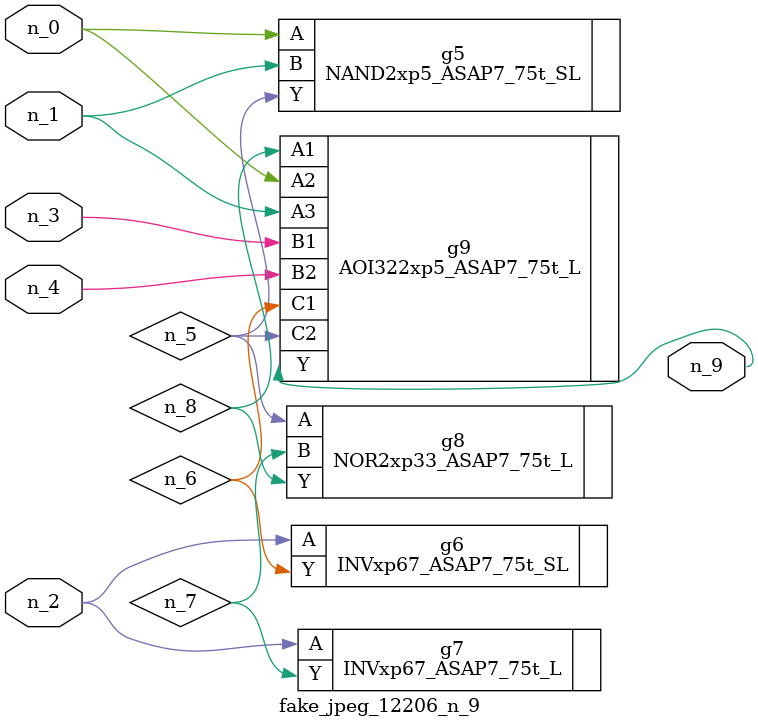
<source format=v>
module fake_jpeg_12206_n_9 (n_3, n_2, n_1, n_0, n_4, n_9);

input n_3;
input n_2;
input n_1;
input n_0;
input n_4;

output n_9;

wire n_8;
wire n_6;
wire n_5;
wire n_7;

NAND2xp5_ASAP7_75t_SL g5 ( 
.A(n_0),
.B(n_1),
.Y(n_5)
);

INVxp67_ASAP7_75t_SL g6 ( 
.A(n_2),
.Y(n_6)
);

INVxp67_ASAP7_75t_L g7 ( 
.A(n_2),
.Y(n_7)
);

NOR2xp33_ASAP7_75t_L g8 ( 
.A(n_5),
.B(n_7),
.Y(n_8)
);

AOI322xp5_ASAP7_75t_L g9 ( 
.A1(n_8),
.A2(n_0),
.A3(n_1),
.B1(n_3),
.B2(n_4),
.C1(n_6),
.C2(n_5),
.Y(n_9)
);


endmodule
</source>
